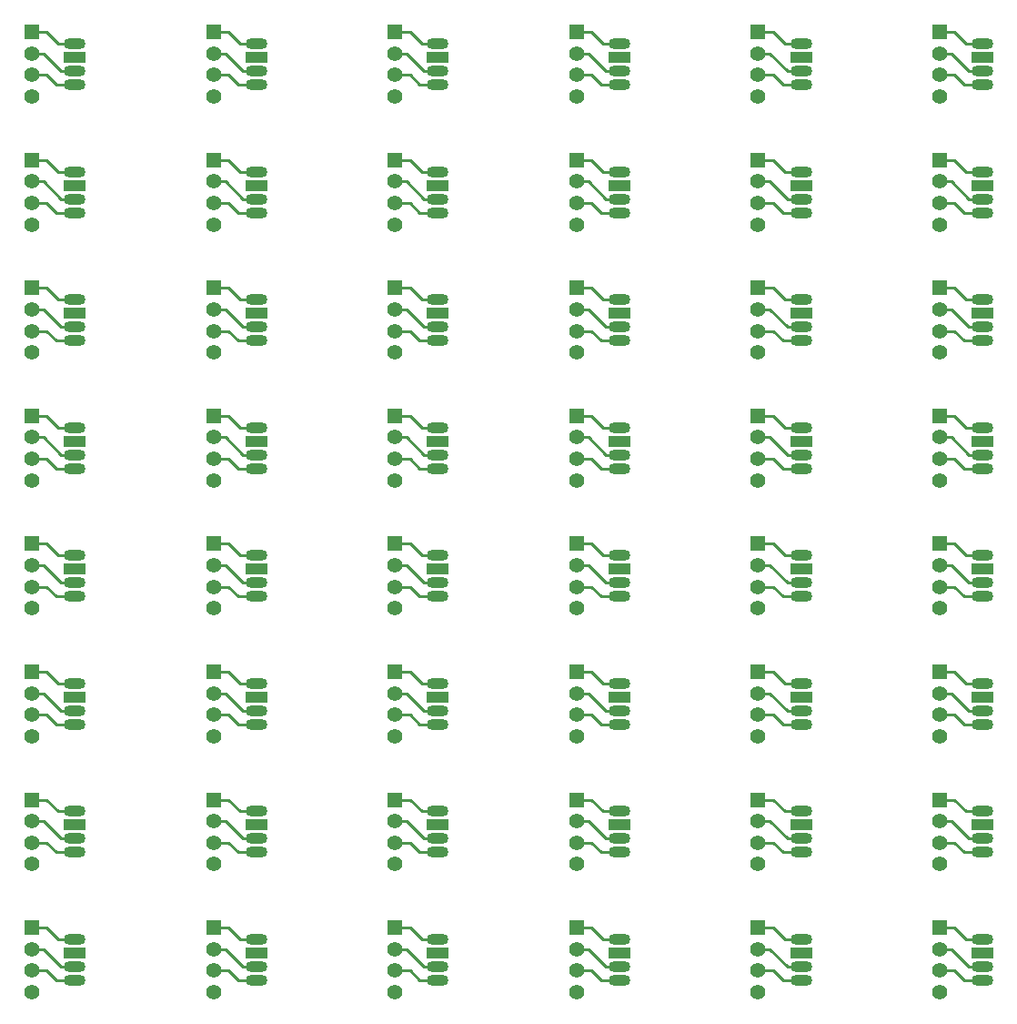
<source format=gtl>
G04 Layer_Physical_Order=1*
G04 Layer_Color=255*
%FSLAX25Y25*%
%MOIN*%
G70*
G01*
G75*
%ADD10C,0.01000*%
%ADD11O,0.07874X0.04213*%
%ADD12R,0.07874X0.04213*%
%ADD13R,0.05512X0.05512*%
%ADD14C,0.05512*%
D10*
X31496Y15748D02*
X37008D01*
X40571Y12185D01*
X47244D01*
X31496Y23622D02*
X35827D01*
X42264Y17185D01*
X47244D01*
X31496Y31496D02*
X37008D01*
X41319Y27185D01*
X47244D01*
X98032Y15748D02*
X103543D01*
X107106Y12185D01*
X113780D01*
X98032Y23622D02*
X102362D01*
X108799Y17185D01*
X113780D01*
X98032Y31496D02*
X103543D01*
X107854Y27185D01*
X113780D01*
X164567Y15748D02*
X170079D01*
X173642Y12185D01*
X180315D01*
X164567Y23622D02*
X168898D01*
X175335Y17185D01*
X180315D01*
X164567Y31496D02*
X170079D01*
X174390Y27185D01*
X180315D01*
X231102Y15748D02*
X236614D01*
X240177Y12185D01*
X246850D01*
X231102Y23622D02*
X235433D01*
X241870Y17185D01*
X246850D01*
X231102Y31496D02*
X236614D01*
X240925Y27185D01*
X246850D01*
X297638Y15748D02*
X303150D01*
X306713Y12185D01*
X313386D01*
X297638Y23622D02*
X301969D01*
X308405Y17185D01*
X313386D01*
X297638Y31496D02*
X303150D01*
X307461Y27185D01*
X313386D01*
X364173Y15748D02*
X369685D01*
X373248Y12185D01*
X379921D01*
X364173Y23622D02*
X368504D01*
X374941Y17185D01*
X379921D01*
X364173Y31496D02*
X369685D01*
X373996Y27185D01*
X379921D01*
X31496Y62599D02*
X37008D01*
X40571Y59035D01*
X47244D01*
X31496Y70473D02*
X35827D01*
X42264Y64035D01*
X47244D01*
X31496Y78347D02*
X37008D01*
X41319Y74036D01*
X47244D01*
X98032Y62599D02*
X103543D01*
X107106Y59035D01*
X113780D01*
X98032Y70473D02*
X102362D01*
X108799Y64035D01*
X113780D01*
X98032Y78347D02*
X103543D01*
X107854Y74036D01*
X113780D01*
X164567Y62599D02*
X170079D01*
X173642Y59035D01*
X180315D01*
X164567Y70473D02*
X168898D01*
X175335Y64035D01*
X180315D01*
X164567Y78347D02*
X170079D01*
X174390Y74036D01*
X180315D01*
X231102Y62599D02*
X236614D01*
X240177Y59035D01*
X246850D01*
X231102Y70473D02*
X235433D01*
X241870Y64035D01*
X246850D01*
X231102Y78347D02*
X236614D01*
X240925Y74036D01*
X246850D01*
X297638Y62599D02*
X303150D01*
X306713Y59035D01*
X313386D01*
X297638Y70473D02*
X301969D01*
X308405Y64035D01*
X313386D01*
X297638Y78347D02*
X303150D01*
X307461Y74036D01*
X313386D01*
X364173Y62599D02*
X369685D01*
X373248Y59035D01*
X379921D01*
X364173Y70473D02*
X368504D01*
X374941Y64035D01*
X379921D01*
X364173Y78347D02*
X369685D01*
X373996Y74036D01*
X379921D01*
X31496Y109449D02*
X37008D01*
X40571Y105886D01*
X47244D01*
X31496Y117323D02*
X35827D01*
X42264Y110886D01*
X47244D01*
X31496Y125197D02*
X37008D01*
X41319Y120886D01*
X47244D01*
X98032Y109449D02*
X103543D01*
X107106Y105886D01*
X113780D01*
X98032Y117323D02*
X102362D01*
X108799Y110886D01*
X113780D01*
X98032Y125197D02*
X103543D01*
X107854Y120886D01*
X113780D01*
X164567Y109449D02*
X170079D01*
X173642Y105886D01*
X180315D01*
X164567Y117323D02*
X168898D01*
X175335Y110886D01*
X180315D01*
X164567Y125197D02*
X170079D01*
X174390Y120886D01*
X180315D01*
X231102Y109449D02*
X236614D01*
X240177Y105886D01*
X246850D01*
X231102Y117323D02*
X235433D01*
X241870Y110886D01*
X246850D01*
X231102Y125197D02*
X236614D01*
X240925Y120886D01*
X246850D01*
X297638Y109449D02*
X303150D01*
X306713Y105886D01*
X313386D01*
X297638Y117323D02*
X301969D01*
X308405Y110886D01*
X313386D01*
X297638Y125197D02*
X303150D01*
X307461Y120886D01*
X313386D01*
X364173Y109449D02*
X369685D01*
X373248Y105886D01*
X379921D01*
X364173Y117323D02*
X368504D01*
X374941Y110886D01*
X379921D01*
X364173Y125197D02*
X369685D01*
X373996Y120886D01*
X379921D01*
X31496Y156299D02*
X37008D01*
X40571Y152736D01*
X47244D01*
X31496Y164173D02*
X35827D01*
X42264Y157736D01*
X47244D01*
X31496Y172047D02*
X37008D01*
X41319Y167736D01*
X47244D01*
X98032Y156299D02*
X103543D01*
X107106Y152736D01*
X113780D01*
X98032Y164173D02*
X102362D01*
X108799Y157736D01*
X113780D01*
X98032Y172047D02*
X103543D01*
X107854Y167736D01*
X113780D01*
X164567Y156299D02*
X170079D01*
X173642Y152736D01*
X180315D01*
X164567Y164173D02*
X168898D01*
X175335Y157736D01*
X180315D01*
X164567Y172047D02*
X170079D01*
X174390Y167736D01*
X180315D01*
X231102Y156299D02*
X236614D01*
X240177Y152736D01*
X246850D01*
X231102Y164173D02*
X235433D01*
X241870Y157736D01*
X246850D01*
X231102Y172047D02*
X236614D01*
X240925Y167736D01*
X246850D01*
X297638Y156299D02*
X303150D01*
X306713Y152736D01*
X313386D01*
X297638Y164173D02*
X301969D01*
X308405Y157736D01*
X313386D01*
X297638Y172047D02*
X303150D01*
X307461Y167736D01*
X313386D01*
X364173Y156299D02*
X369685D01*
X373248Y152736D01*
X379921D01*
X364173Y164173D02*
X368504D01*
X374941Y157736D01*
X379921D01*
X364173Y172047D02*
X369685D01*
X373996Y167736D01*
X379921D01*
X31496Y203150D02*
X37008D01*
X40571Y199587D01*
X47244D01*
X31496Y211024D02*
X35827D01*
X42264Y204587D01*
X47244D01*
X31496Y218898D02*
X37008D01*
X41319Y214587D01*
X47244D01*
X98032Y203150D02*
X103543D01*
X107106Y199587D01*
X113780D01*
X98032Y211024D02*
X102362D01*
X108799Y204587D01*
X113780D01*
X98032Y218898D02*
X103543D01*
X107854Y214587D01*
X113780D01*
X164567Y203150D02*
X170079D01*
X173642Y199587D01*
X180315D01*
X164567Y211024D02*
X168898D01*
X175335Y204587D01*
X180315D01*
X164567Y218898D02*
X170079D01*
X174390Y214587D01*
X180315D01*
X231102Y203150D02*
X236614D01*
X240177Y199587D01*
X246850D01*
X231102Y211024D02*
X235433D01*
X241870Y204587D01*
X246850D01*
X231102Y218898D02*
X236614D01*
X240925Y214587D01*
X246850D01*
X297638Y203150D02*
X303150D01*
X306713Y199587D01*
X313386D01*
X297638Y211024D02*
X301969D01*
X308405Y204587D01*
X313386D01*
X297638Y218898D02*
X303150D01*
X307461Y214587D01*
X313386D01*
X364173Y203150D02*
X369685D01*
X373248Y199587D01*
X379921D01*
X364173Y211024D02*
X368504D01*
X374941Y204587D01*
X379921D01*
X364173Y218898D02*
X369685D01*
X373996Y214587D01*
X379921D01*
X31496Y250000D02*
X37008D01*
X40571Y246437D01*
X47244D01*
X31496Y257874D02*
X35827D01*
X42264Y251437D01*
X47244D01*
X31496Y265748D02*
X37008D01*
X41319Y261437D01*
X47244D01*
X98032Y250000D02*
X103543D01*
X107106Y246437D01*
X113780D01*
X98032Y257874D02*
X102362D01*
X108799Y251437D01*
X113780D01*
X98032Y265748D02*
X103543D01*
X107854Y261437D01*
X113780D01*
X164567Y250000D02*
X170079D01*
X173642Y246437D01*
X180315D01*
X164567Y257874D02*
X168898D01*
X175335Y251437D01*
X180315D01*
X164567Y265748D02*
X170079D01*
X174390Y261437D01*
X180315D01*
X231102Y250000D02*
X236614D01*
X240177Y246437D01*
X246850D01*
X231102Y257874D02*
X235433D01*
X241870Y251437D01*
X246850D01*
X231102Y265748D02*
X236614D01*
X240925Y261437D01*
X246850D01*
X297638Y250000D02*
X303150D01*
X306713Y246437D01*
X313386D01*
X297638Y257874D02*
X301969D01*
X308405Y251437D01*
X313386D01*
X297638Y265748D02*
X303150D01*
X307461Y261437D01*
X313386D01*
X364173Y250000D02*
X369685D01*
X373248Y246437D01*
X379921D01*
X364173Y257874D02*
X368504D01*
X374941Y251437D01*
X379921D01*
X364173Y265748D02*
X369685D01*
X373996Y261437D01*
X379921D01*
X31496Y296850D02*
X37008D01*
X40571Y293287D01*
X47244D01*
X31496Y304724D02*
X35827D01*
X42264Y298287D01*
X47244D01*
X31496Y312598D02*
X37008D01*
X41319Y308287D01*
X47244D01*
X98032Y296850D02*
X103543D01*
X107106Y293287D01*
X113780D01*
X98032Y304724D02*
X102362D01*
X108799Y298287D01*
X113780D01*
X98032Y312598D02*
X103543D01*
X107854Y308287D01*
X113780D01*
X164567Y296850D02*
X170079D01*
X173642Y293287D01*
X180315D01*
X164567Y304724D02*
X168898D01*
X175335Y298287D01*
X180315D01*
X164567Y312598D02*
X170079D01*
X174390Y308287D01*
X180315D01*
X231102Y296850D02*
X236614D01*
X240177Y293287D01*
X246850D01*
X231102Y304724D02*
X235433D01*
X241870Y298287D01*
X246850D01*
X231102Y312598D02*
X236614D01*
X240925Y308287D01*
X246850D01*
X297638Y296850D02*
X303150D01*
X306713Y293287D01*
X313386D01*
X297638Y304724D02*
X301969D01*
X308405Y298287D01*
X313386D01*
X297638Y312598D02*
X303150D01*
X307461Y308287D01*
X313386D01*
X364173Y296850D02*
X369685D01*
X373248Y293287D01*
X379921D01*
X364173Y304724D02*
X368504D01*
X374941Y298287D01*
X379921D01*
X364173Y312598D02*
X369685D01*
X373996Y308287D01*
X379921D01*
X31496Y343701D02*
X37008D01*
X40571Y340138D01*
X47244D01*
X31496Y351575D02*
X35827D01*
X42264Y345138D01*
X47244D01*
X31496Y359449D02*
X37008D01*
X41319Y355138D01*
X47244D01*
X98032Y343701D02*
X103543D01*
X107106Y340138D01*
X113780D01*
X98032Y351575D02*
X102362D01*
X108799Y345138D01*
X113780D01*
X98032Y359449D02*
X103543D01*
X107854Y355138D01*
X113780D01*
X164567Y343701D02*
X170079D01*
X173642Y340138D01*
X180315D01*
X164567Y351575D02*
X168898D01*
X175335Y345138D01*
X180315D01*
X164567Y359449D02*
X170079D01*
X174390Y355138D01*
X180315D01*
X231102Y343701D02*
X236614D01*
X240177Y340138D01*
X246850D01*
X231102Y351575D02*
X235433D01*
X241870Y345138D01*
X246850D01*
X231102Y359449D02*
X236614D01*
X240925Y355138D01*
X246850D01*
X297638Y343701D02*
X303150D01*
X306713Y340138D01*
X313386D01*
X297638Y351575D02*
X301969D01*
X308405Y345138D01*
X313386D01*
X297638Y359449D02*
X303150D01*
X307461Y355138D01*
X313386D01*
X364173Y343701D02*
X369685D01*
X373248Y340138D01*
X379921D01*
X364173Y351575D02*
X368504D01*
X374941Y345138D01*
X379921D01*
X364173Y359449D02*
X369685D01*
X373996Y355138D01*
X379921D01*
D11*
X47244Y27185D02*
D03*
Y17185D02*
D03*
Y12185D02*
D03*
X113780Y27185D02*
D03*
Y17185D02*
D03*
Y12185D02*
D03*
X180315Y27185D02*
D03*
Y17185D02*
D03*
Y12185D02*
D03*
X246850Y27185D02*
D03*
Y17185D02*
D03*
Y12185D02*
D03*
X313386Y27185D02*
D03*
Y17185D02*
D03*
Y12185D02*
D03*
X379921Y27185D02*
D03*
Y17185D02*
D03*
Y12185D02*
D03*
X47244Y74036D02*
D03*
Y64035D02*
D03*
Y59035D02*
D03*
X113780Y74036D02*
D03*
Y64035D02*
D03*
Y59035D02*
D03*
X180315Y74036D02*
D03*
Y64035D02*
D03*
Y59035D02*
D03*
X246850Y74036D02*
D03*
Y64035D02*
D03*
Y59035D02*
D03*
X313386Y74036D02*
D03*
Y64035D02*
D03*
Y59035D02*
D03*
X379921Y74036D02*
D03*
Y64035D02*
D03*
Y59035D02*
D03*
X47244Y120886D02*
D03*
Y110886D02*
D03*
Y105886D02*
D03*
X113780Y120886D02*
D03*
Y110886D02*
D03*
Y105886D02*
D03*
X180315Y120886D02*
D03*
Y110886D02*
D03*
Y105886D02*
D03*
X246850Y120886D02*
D03*
Y110886D02*
D03*
Y105886D02*
D03*
X313386Y120886D02*
D03*
Y110886D02*
D03*
Y105886D02*
D03*
X379921Y120886D02*
D03*
Y110886D02*
D03*
Y105886D02*
D03*
X47244Y167736D02*
D03*
Y157736D02*
D03*
Y152736D02*
D03*
X113780Y167736D02*
D03*
Y157736D02*
D03*
Y152736D02*
D03*
X180315Y167736D02*
D03*
Y157736D02*
D03*
Y152736D02*
D03*
X246850Y167736D02*
D03*
Y157736D02*
D03*
Y152736D02*
D03*
X313386Y167736D02*
D03*
Y157736D02*
D03*
Y152736D02*
D03*
X379921Y167736D02*
D03*
Y157736D02*
D03*
Y152736D02*
D03*
X47244Y214587D02*
D03*
Y204587D02*
D03*
Y199587D02*
D03*
X113780Y214587D02*
D03*
Y204587D02*
D03*
Y199587D02*
D03*
X180315Y214587D02*
D03*
Y204587D02*
D03*
Y199587D02*
D03*
X246850Y214587D02*
D03*
Y204587D02*
D03*
Y199587D02*
D03*
X313386Y214587D02*
D03*
Y204587D02*
D03*
Y199587D02*
D03*
X379921Y214587D02*
D03*
Y204587D02*
D03*
Y199587D02*
D03*
X47244Y261437D02*
D03*
Y251437D02*
D03*
Y246437D02*
D03*
X113780Y261437D02*
D03*
Y251437D02*
D03*
Y246437D02*
D03*
X180315Y261437D02*
D03*
Y251437D02*
D03*
Y246437D02*
D03*
X246850Y261437D02*
D03*
Y251437D02*
D03*
Y246437D02*
D03*
X313386Y261437D02*
D03*
Y251437D02*
D03*
Y246437D02*
D03*
X379921Y261437D02*
D03*
Y251437D02*
D03*
Y246437D02*
D03*
X47244Y308287D02*
D03*
Y298287D02*
D03*
Y293287D02*
D03*
X113780Y308287D02*
D03*
Y298287D02*
D03*
Y293287D02*
D03*
X180315Y308287D02*
D03*
Y298287D02*
D03*
Y293287D02*
D03*
X246850Y308287D02*
D03*
Y298287D02*
D03*
Y293287D02*
D03*
X313386Y308287D02*
D03*
Y298287D02*
D03*
Y293287D02*
D03*
X379921Y308287D02*
D03*
Y298287D02*
D03*
Y293287D02*
D03*
X47244Y355138D02*
D03*
Y345138D02*
D03*
Y340138D02*
D03*
X113780Y355138D02*
D03*
Y345138D02*
D03*
Y340138D02*
D03*
X180315Y355138D02*
D03*
Y345138D02*
D03*
Y340138D02*
D03*
X246850Y355138D02*
D03*
Y345138D02*
D03*
Y340138D02*
D03*
X313386Y355138D02*
D03*
Y345138D02*
D03*
Y340138D02*
D03*
X379921Y355138D02*
D03*
Y345138D02*
D03*
Y340138D02*
D03*
D12*
X47244Y22185D02*
D03*
X113780D02*
D03*
X180315D02*
D03*
X246850D02*
D03*
X313386D02*
D03*
X379921D02*
D03*
X47244Y69036D02*
D03*
X113780D02*
D03*
X180315D02*
D03*
X246850D02*
D03*
X313386D02*
D03*
X379921D02*
D03*
X47244Y115886D02*
D03*
X113780D02*
D03*
X180315D02*
D03*
X246850D02*
D03*
X313386D02*
D03*
X379921D02*
D03*
X47244Y162736D02*
D03*
X113780D02*
D03*
X180315D02*
D03*
X246850D02*
D03*
X313386D02*
D03*
X379921D02*
D03*
X47244Y209587D02*
D03*
X113780D02*
D03*
X180315D02*
D03*
X246850D02*
D03*
X313386D02*
D03*
X379921D02*
D03*
X47244Y256437D02*
D03*
X113780D02*
D03*
X180315D02*
D03*
X246850D02*
D03*
X313386D02*
D03*
X379921D02*
D03*
X47244Y303287D02*
D03*
X113780D02*
D03*
X180315D02*
D03*
X246850D02*
D03*
X313386D02*
D03*
X379921D02*
D03*
X47244Y350138D02*
D03*
X113780D02*
D03*
X180315D02*
D03*
X246850D02*
D03*
X313386D02*
D03*
X379921D02*
D03*
D13*
X31496Y31496D02*
D03*
X98032D02*
D03*
X164567D02*
D03*
X231102D02*
D03*
X297638D02*
D03*
X364173D02*
D03*
X31496Y78347D02*
D03*
X98032D02*
D03*
X164567D02*
D03*
X231102D02*
D03*
X297638D02*
D03*
X364173D02*
D03*
X31496Y125197D02*
D03*
X98032D02*
D03*
X164567D02*
D03*
X231102D02*
D03*
X297638D02*
D03*
X364173D02*
D03*
X31496Y172047D02*
D03*
X98032D02*
D03*
X164567D02*
D03*
X231102D02*
D03*
X297638D02*
D03*
X364173D02*
D03*
X31496Y218898D02*
D03*
X98032D02*
D03*
X164567D02*
D03*
X231102D02*
D03*
X297638D02*
D03*
X364173D02*
D03*
X31496Y265748D02*
D03*
X98032D02*
D03*
X164567D02*
D03*
X231102D02*
D03*
X297638D02*
D03*
X364173D02*
D03*
X31496Y312598D02*
D03*
X98032D02*
D03*
X164567D02*
D03*
X231102D02*
D03*
X297638D02*
D03*
X364173D02*
D03*
X31496Y359449D02*
D03*
X98032D02*
D03*
X164567D02*
D03*
X231102D02*
D03*
X297638D02*
D03*
X364173D02*
D03*
D14*
X31496Y23622D02*
D03*
Y15748D02*
D03*
Y7874D02*
D03*
X98032Y23622D02*
D03*
Y15748D02*
D03*
Y7874D02*
D03*
X164567Y23622D02*
D03*
Y15748D02*
D03*
Y7874D02*
D03*
X231102Y23622D02*
D03*
Y15748D02*
D03*
Y7874D02*
D03*
X297638Y23622D02*
D03*
Y15748D02*
D03*
Y7874D02*
D03*
X364173Y23622D02*
D03*
Y15748D02*
D03*
Y7874D02*
D03*
X31496Y70473D02*
D03*
Y62599D02*
D03*
Y54725D02*
D03*
X98032Y70473D02*
D03*
Y62599D02*
D03*
Y54725D02*
D03*
X164567Y70473D02*
D03*
Y62599D02*
D03*
Y54725D02*
D03*
X231102Y70473D02*
D03*
Y62599D02*
D03*
Y54725D02*
D03*
X297638Y70473D02*
D03*
Y62599D02*
D03*
Y54725D02*
D03*
X364173Y70473D02*
D03*
Y62599D02*
D03*
Y54725D02*
D03*
X31496Y117323D02*
D03*
Y109449D02*
D03*
Y101575D02*
D03*
X98032Y117323D02*
D03*
Y109449D02*
D03*
Y101575D02*
D03*
X164567Y117323D02*
D03*
Y109449D02*
D03*
Y101575D02*
D03*
X231102Y117323D02*
D03*
Y109449D02*
D03*
Y101575D02*
D03*
X297638Y117323D02*
D03*
Y109449D02*
D03*
Y101575D02*
D03*
X364173Y117323D02*
D03*
Y109449D02*
D03*
Y101575D02*
D03*
X31496Y164173D02*
D03*
Y156299D02*
D03*
Y148425D02*
D03*
X98032Y164173D02*
D03*
Y156299D02*
D03*
Y148425D02*
D03*
X164567Y164173D02*
D03*
Y156299D02*
D03*
Y148425D02*
D03*
X231102Y164173D02*
D03*
Y156299D02*
D03*
Y148425D02*
D03*
X297638Y164173D02*
D03*
Y156299D02*
D03*
Y148425D02*
D03*
X364173Y164173D02*
D03*
Y156299D02*
D03*
Y148425D02*
D03*
X31496Y211024D02*
D03*
Y203150D02*
D03*
Y195276D02*
D03*
X98032Y211024D02*
D03*
Y203150D02*
D03*
Y195276D02*
D03*
X164567Y211024D02*
D03*
Y203150D02*
D03*
Y195276D02*
D03*
X231102Y211024D02*
D03*
Y203150D02*
D03*
Y195276D02*
D03*
X297638Y211024D02*
D03*
Y203150D02*
D03*
Y195276D02*
D03*
X364173Y211024D02*
D03*
Y203150D02*
D03*
Y195276D02*
D03*
X31496Y257874D02*
D03*
Y250000D02*
D03*
Y242126D02*
D03*
X98032Y257874D02*
D03*
Y250000D02*
D03*
Y242126D02*
D03*
X164567Y257874D02*
D03*
Y250000D02*
D03*
Y242126D02*
D03*
X231102Y257874D02*
D03*
Y250000D02*
D03*
Y242126D02*
D03*
X297638Y257874D02*
D03*
Y250000D02*
D03*
Y242126D02*
D03*
X364173Y257874D02*
D03*
Y250000D02*
D03*
Y242126D02*
D03*
X31496Y304724D02*
D03*
Y296850D02*
D03*
Y288976D02*
D03*
X98032Y304724D02*
D03*
Y296850D02*
D03*
Y288976D02*
D03*
X164567Y304724D02*
D03*
Y296850D02*
D03*
Y288976D02*
D03*
X231102Y304724D02*
D03*
Y296850D02*
D03*
Y288976D02*
D03*
X297638Y304724D02*
D03*
Y296850D02*
D03*
Y288976D02*
D03*
X364173Y304724D02*
D03*
Y296850D02*
D03*
Y288976D02*
D03*
X31496Y351575D02*
D03*
Y343701D02*
D03*
Y335827D02*
D03*
X98032Y351575D02*
D03*
Y343701D02*
D03*
Y335827D02*
D03*
X164567Y351575D02*
D03*
Y343701D02*
D03*
Y335827D02*
D03*
X231102Y351575D02*
D03*
Y343701D02*
D03*
Y335827D02*
D03*
X297638Y351575D02*
D03*
Y343701D02*
D03*
Y335827D02*
D03*
X364173Y351575D02*
D03*
Y343701D02*
D03*
Y335827D02*
D03*
M02*

</source>
